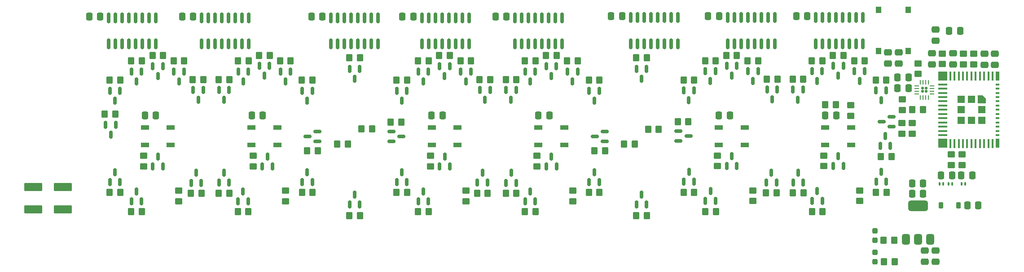
<source format=gbr>
%TF.GenerationSoftware,KiCad,Pcbnew,8.0.4-8.0.4-0~ubuntu22.04.1*%
%TF.CreationDate,2024-08-07T15:41:08-07:00*%
%TF.ProjectId,clock,636c6f63-6b2e-46b6-9963-61645f706362,rev?*%
%TF.SameCoordinates,Original*%
%TF.FileFunction,Paste,Top*%
%TF.FilePolarity,Positive*%
%FSLAX46Y46*%
G04 Gerber Fmt 4.6, Leading zero omitted, Abs format (unit mm)*
G04 Created by KiCad (PCBNEW 8.0.4-8.0.4-0~ubuntu22.04.1) date 2024-08-07 15:41:08*
%MOMM*%
%LPD*%
G01*
G04 APERTURE LIST*
G04 Aperture macros list*
%AMRoundRect*
0 Rectangle with rounded corners*
0 $1 Rounding radius*
0 $2 $3 $4 $5 $6 $7 $8 $9 X,Y pos of 4 corners*
0 Add a 4 corners polygon primitive as box body*
4,1,4,$2,$3,$4,$5,$6,$7,$8,$9,$2,$3,0*
0 Add four circle primitives for the rounded corners*
1,1,$1+$1,$2,$3*
1,1,$1+$1,$4,$5*
1,1,$1+$1,$6,$7*
1,1,$1+$1,$8,$9*
0 Add four rect primitives between the rounded corners*
20,1,$1+$1,$2,$3,$4,$5,0*
20,1,$1+$1,$4,$5,$6,$7,0*
20,1,$1+$1,$6,$7,$8,$9,0*
20,1,$1+$1,$8,$9,$2,$3,0*%
%AMFreePoly0*
4,1,6,0.725000,-0.725000,-0.725000,-0.725000,-0.725000,0.125000,-0.125000,0.725000,0.725000,0.725000,0.725000,-0.725000,0.725000,-0.725000,$1*%
G04 Aperture macros list end*
%ADD10RoundRect,0.150000X0.150000X-0.587500X0.150000X0.587500X-0.150000X0.587500X-0.150000X-0.587500X0*%
%ADD11RoundRect,0.250000X-0.350000X-0.450000X0.350000X-0.450000X0.350000X0.450000X-0.350000X0.450000X0*%
%ADD12RoundRect,0.250000X0.475000X-0.337500X0.475000X0.337500X-0.475000X0.337500X-0.475000X-0.337500X0*%
%ADD13RoundRect,0.150000X-0.587500X-0.150000X0.587500X-0.150000X0.587500X0.150000X-0.587500X0.150000X0*%
%ADD14RoundRect,0.150000X-0.150000X0.587500X-0.150000X-0.587500X0.150000X-0.587500X0.150000X0.587500X0*%
%ADD15RoundRect,0.250000X-0.450000X0.350000X-0.450000X-0.350000X0.450000X-0.350000X0.450000X0.350000X0*%
%ADD16RoundRect,0.150000X0.150000X-0.825000X0.150000X0.825000X-0.150000X0.825000X-0.150000X-0.825000X0*%
%ADD17RoundRect,0.250000X0.337500X0.475000X-0.337500X0.475000X-0.337500X-0.475000X0.337500X-0.475000X0*%
%ADD18RoundRect,0.250000X0.350000X0.450000X-0.350000X0.450000X-0.350000X-0.450000X0.350000X-0.450000X0*%
%ADD19RoundRect,0.150000X0.587500X0.150000X-0.587500X0.150000X-0.587500X-0.150000X0.587500X-0.150000X0*%
%ADD20RoundRect,0.375000X0.375000X-0.625000X0.375000X0.625000X-0.375000X0.625000X-0.375000X-0.625000X0*%
%ADD21RoundRect,0.500000X1.400000X-0.500000X1.400000X0.500000X-1.400000X0.500000X-1.400000X-0.500000X0*%
%ADD22RoundRect,0.050000X-0.100000X-0.250000X0.100000X-0.250000X0.100000X0.250000X-0.100000X0.250000X0*%
%ADD23RoundRect,0.250000X-0.337500X-0.475000X0.337500X-0.475000X0.337500X0.475000X-0.337500X0.475000X0*%
%ADD24RoundRect,0.250000X0.450000X-0.350000X0.450000X0.350000X-0.450000X0.350000X-0.450000X-0.350000X0*%
%ADD25RoundRect,0.225000X0.225000X0.375000X-0.225000X0.375000X-0.225000X-0.375000X0.225000X-0.375000X0*%
%ADD26R,1.500000X0.900000*%
%ADD27RoundRect,0.250000X-0.475000X0.337500X-0.475000X-0.337500X0.475000X-0.337500X0.475000X0.337500X0*%
%ADD28RoundRect,0.237500X0.237500X-0.287500X0.237500X0.287500X-0.237500X0.287500X-0.237500X-0.287500X0*%
%ADD29RoundRect,0.050000X0.100000X0.250000X-0.100000X0.250000X-0.100000X-0.250000X0.100000X-0.250000X0*%
%ADD30RoundRect,0.125000X-0.125000X0.125000X-0.125000X-0.125000X0.125000X-0.125000X0.125000X0.125000X0*%
%ADD31RoundRect,0.062500X-0.062500X0.350000X-0.062500X-0.350000X0.062500X-0.350000X0.062500X0.350000X0*%
%ADD32RoundRect,0.062500X-0.350000X0.062500X-0.350000X-0.062500X0.350000X-0.062500X0.350000X0.062500X0*%
%ADD33R,0.400000X1.800000*%
%ADD34R,1.800000X0.400000*%
%ADD35R,0.800000X0.400000*%
%ADD36FreePoly0,270.000000*%
%ADD37R,1.450000X1.450000*%
%ADD38R,0.700000X1.700000*%
%ADD39R,1.700000X1.700000*%
%ADD40RoundRect,0.250000X-1.450000X0.537500X-1.450000X-0.537500X1.450000X-0.537500X1.450000X0.537500X0*%
%ADD41R,1.000000X1.250000*%
G04 APERTURE END LIST*
D10*
%TO.C,Q63*%
X233111000Y-103045500D03*
X235011000Y-103045500D03*
X234061000Y-101170500D03*
%TD*%
D11*
%TO.C,R24*%
X111979200Y-86944200D03*
X113979200Y-86944200D03*
%TD*%
D12*
%TO.C,C3*%
X252755400Y-87651500D03*
X252755400Y-85576500D03*
%TD*%
D13*
%TO.C,Q10*%
X140921500Y-100269000D03*
X140921500Y-102169000D03*
X142796500Y-101219000D03*
%TD*%
D14*
%TO.C,Q49*%
X197977800Y-92536800D03*
X196077800Y-92536800D03*
X197027800Y-94411800D03*
%TD*%
D15*
%TO.C,R3*%
X250774200Y-85614000D03*
X250774200Y-87614000D03*
%TD*%
D14*
%TO.C,Q32*%
X189037000Y-88422000D03*
X187137000Y-88422000D03*
X188087000Y-90297000D03*
%TD*%
D16*
%TO.C,U4*%
X87630000Y-83718400D03*
X88900000Y-83718400D03*
X90170000Y-83718400D03*
X91440000Y-83718400D03*
X92710000Y-83718400D03*
X93980000Y-83718400D03*
X95250000Y-83718400D03*
X96520000Y-83718400D03*
X96520000Y-78768400D03*
X95250000Y-78768400D03*
X93980000Y-78768400D03*
X92710000Y-78768400D03*
X91440000Y-78768400D03*
X90170000Y-78768400D03*
X88900000Y-78768400D03*
X87630000Y-78768400D03*
%TD*%
%TO.C,U10*%
X204343000Y-83693000D03*
X205613000Y-83693000D03*
X206883000Y-83693000D03*
X208153000Y-83693000D03*
X209423000Y-83693000D03*
X210693000Y-83693000D03*
X211963000Y-83693000D03*
X213233000Y-83693000D03*
X213233000Y-78743000D03*
X211963000Y-78743000D03*
X210693000Y-78743000D03*
X209423000Y-78743000D03*
X208153000Y-78743000D03*
X206883000Y-78743000D03*
X205613000Y-78743000D03*
X204343000Y-78743000D03*
%TD*%
D17*
%TO.C,C29*%
X145055500Y-78511400D03*
X142980500Y-78511400D03*
%TD*%
D18*
%TO.C,R10*%
X147964400Y-115493800D03*
X145964400Y-115493800D03*
%TD*%
D15*
%TO.C,R1*%
X248513600Y-104638600D03*
X248513600Y-106638600D03*
%TD*%
D14*
%TO.C,Q56*%
X172044400Y-87914000D03*
X170144400Y-87914000D03*
X171094400Y-89789000D03*
%TD*%
D19*
%TO.C,Q65*%
X181150500Y-102185650D03*
X181150500Y-100285650D03*
X179275500Y-101235650D03*
%TD*%
D11*
%TO.C,R34*%
X91862400Y-86944200D03*
X93862400Y-86944200D03*
%TD*%
%TO.C,R35*%
X95875600Y-85953600D03*
X97875600Y-85953600D03*
%TD*%
D20*
%TO.C,U2*%
X237958600Y-120701200D03*
X240258600Y-120701200D03*
X242558600Y-120701200D03*
D21*
X240258600Y-114401200D03*
%TD*%
D10*
%TO.C,Q5*%
X112003800Y-113508000D03*
X113903800Y-113508000D03*
X112953800Y-111633000D03*
%TD*%
D11*
%TO.C,R73*%
X204079600Y-85902800D03*
X206079600Y-85902800D03*
%TD*%
D22*
%TO.C,D3*%
X244328200Y-110236000D03*
X245028200Y-110236000D03*
%TD*%
D11*
%TO.C,R27*%
X124018800Y-90576400D03*
X126018800Y-90576400D03*
%TD*%
%TO.C,R5*%
X233823000Y-124968000D03*
X235823000Y-124968000D03*
%TD*%
D23*
%TO.C,C20*%
X222732520Y-97227660D03*
X224807520Y-97227660D03*
%TD*%
D24*
%TO.C,R8*%
X240284000Y-89408000D03*
X240284000Y-87408000D03*
%TD*%
D25*
%TO.C,D4*%
X247903000Y-114300000D03*
X244603000Y-114300000D03*
%TD*%
D10*
%TO.C,Q64*%
X204160080Y-106855500D03*
X206060080Y-106855500D03*
X205110080Y-104980500D03*
%TD*%
D11*
%TO.C,R40*%
X130699000Y-102666800D03*
X132699000Y-102666800D03*
%TD*%
D16*
%TO.C,U11*%
X220980000Y-83690000D03*
X222250000Y-83690000D03*
X223520000Y-83690000D03*
X224790000Y-83690000D03*
X226060000Y-83690000D03*
X227330000Y-83690000D03*
X228600000Y-83690000D03*
X229870000Y-83690000D03*
X229870000Y-78740000D03*
X228600000Y-78740000D03*
X227330000Y-78740000D03*
X226060000Y-78740000D03*
X224790000Y-78740000D03*
X223520000Y-78740000D03*
X222250000Y-78740000D03*
X220980000Y-78740000D03*
%TD*%
D26*
%TO.C,D7*%
X222754020Y-99515660D03*
X222754020Y-102815660D03*
X227654020Y-102815660D03*
X227654020Y-99515660D03*
%TD*%
D11*
%TO.C,R46*%
X187087000Y-86360000D03*
X189087000Y-86360000D03*
%TD*%
D18*
%TO.C,FB2*%
X241173000Y-96139000D03*
X239173000Y-96139000D03*
%TD*%
D11*
%TO.C,R17*%
X157572200Y-90451700D03*
X159572200Y-90451700D03*
%TD*%
D27*
%TO.C,C9*%
X246837200Y-85525700D03*
X246837200Y-87600700D03*
%TD*%
D18*
%TO.C,R11*%
X143900400Y-111836200D03*
X141900400Y-111836200D03*
%TD*%
D14*
%TO.C,Q51*%
X222158600Y-88879200D03*
X220258600Y-88879200D03*
X221208600Y-90754200D03*
%TD*%
D18*
%TO.C,R21*%
X110363000Y-111963200D03*
X108363000Y-111963200D03*
%TD*%
D11*
%TO.C,R85*%
X178162200Y-90576400D03*
X180162200Y-90576400D03*
%TD*%
D14*
%TO.C,Q18*%
X93812400Y-88930000D03*
X91912400Y-88930000D03*
X92862400Y-90805000D03*
%TD*%
D10*
%TO.C,Q36*%
X232349000Y-109804200D03*
X234249000Y-109804200D03*
X233299000Y-107929200D03*
%TD*%
D14*
%TO.C,Q54*%
X226156600Y-87888600D03*
X224256600Y-87888600D03*
X225206600Y-89763600D03*
%TD*%
D11*
%TO.C,R61*%
X216601800Y-90398600D03*
X218601800Y-90398600D03*
%TD*%
D28*
%TO.C,D5*%
X232105200Y-124954000D03*
X232105200Y-123204000D03*
%TD*%
D11*
%TO.C,R33*%
X87798400Y-90576400D03*
X89798400Y-90576400D03*
%TD*%
D14*
%TO.C,Q60*%
X234223600Y-92536800D03*
X232323600Y-92536800D03*
X233273600Y-94411800D03*
%TD*%
D15*
%TO.C,R80*%
X168402000Y-104918000D03*
X168402000Y-106918000D03*
%TD*%
D29*
%TO.C,D2*%
X246679200Y-110236000D03*
X245979200Y-110236000D03*
%TD*%
D18*
%TO.C,R39*%
X137271000Y-99822000D03*
X135271000Y-99822000D03*
%TD*%
D14*
%TO.C,Q62*%
X180121600Y-92562200D03*
X178221600Y-92562200D03*
X179171600Y-94437200D03*
%TD*%
D17*
%TO.C,C7*%
X250487000Y-108585000D03*
X248412000Y-108585000D03*
%TD*%
D14*
%TO.C,Q20*%
X117917000Y-87884000D03*
X116017000Y-87884000D03*
X116967000Y-89759000D03*
%TD*%
D17*
%TO.C,C28*%
X127910500Y-78511400D03*
X125835500Y-78511400D03*
%TD*%
D11*
%TO.C,R83*%
X170094400Y-85953600D03*
X172094400Y-85953600D03*
%TD*%
D26*
%TO.C,D12*%
X94417980Y-99571540D03*
X94417980Y-102871540D03*
X99317980Y-102871540D03*
X99317980Y-99571540D03*
%TD*%
D18*
%TO.C,R68*%
X202117200Y-115443000D03*
X200117200Y-115443000D03*
%TD*%
D10*
%TO.C,Q28*%
X150019980Y-106906300D03*
X151919980Y-106906300D03*
X150969980Y-105031300D03*
%TD*%
D17*
%TO.C,C33*%
X219350500Y-78486000D03*
X217275500Y-78486000D03*
%TD*%
D11*
%TO.C,R74*%
X208118200Y-86893400D03*
X210118200Y-86893400D03*
%TD*%
D14*
%TO.C,Q21*%
X97825600Y-87939400D03*
X95925600Y-87939400D03*
X96875600Y-89814400D03*
%TD*%
D18*
%TO.C,R79*%
X164499800Y-111988600D03*
X162499800Y-111988600D03*
%TD*%
D24*
%TO.C,R54*%
X175107600Y-113506000D03*
X175107600Y-111506000D03*
%TD*%
D23*
%TO.C,C21*%
X202675580Y-97228660D03*
X204750580Y-97228660D03*
%TD*%
D11*
%TO.C,R82*%
X166106600Y-86944200D03*
X168106600Y-86944200D03*
%TD*%
%TO.C,R25*%
X115967000Y-85902800D03*
X117967000Y-85902800D03*
%TD*%
D14*
%TO.C,Q27*%
X105445600Y-92435200D03*
X103545600Y-92435200D03*
X104495600Y-94310200D03*
%TD*%
%TO.C,Q16*%
X147914400Y-88930000D03*
X146014400Y-88930000D03*
X146964400Y-90805000D03*
%TD*%
D11*
%TO.C,R86*%
X179213000Y-103928050D03*
X181213000Y-103928050D03*
%TD*%
%TO.C,R32*%
X86833200Y-97028000D03*
X88833200Y-97028000D03*
%TD*%
D16*
%TO.C,U8*%
X164261800Y-83718400D03*
X165531800Y-83718400D03*
X166801800Y-83718400D03*
X168071800Y-83718400D03*
X169341800Y-83718400D03*
X170611800Y-83718400D03*
X171881800Y-83718400D03*
X173151800Y-83718400D03*
X173151800Y-78768400D03*
X171881800Y-78768400D03*
X170611800Y-78768400D03*
X169341800Y-78768400D03*
X168071800Y-78768400D03*
X166801800Y-78768400D03*
X165531800Y-78768400D03*
X164261800Y-78768400D03*
%TD*%
D18*
%TO.C,R9*%
X159089600Y-111988600D03*
X157089600Y-111988600D03*
%TD*%
D14*
%TO.C,Q50*%
X164439900Y-92435200D03*
X162539900Y-92435200D03*
X163489900Y-94310200D03*
%TD*%
D30*
%TO.C,U3*%
X241749000Y-92102000D03*
X241129000Y-92102000D03*
X241749000Y-92722000D03*
X241129000Y-92722000D03*
D31*
X242189000Y-90974500D03*
X241689000Y-90974500D03*
X241189000Y-90974500D03*
X240689000Y-90974500D03*
D32*
X240001500Y-91662000D03*
X240001500Y-92162000D03*
X240001500Y-92662000D03*
X240001500Y-93162000D03*
D31*
X240689000Y-93849500D03*
X241189000Y-93849500D03*
X241689000Y-93849500D03*
X242189000Y-93849500D03*
D32*
X242876500Y-93162000D03*
X242876500Y-92662000D03*
X242876500Y-92162000D03*
X242876500Y-91662000D03*
%TD*%
D23*
%TO.C,C24*%
X114569500Y-97278460D03*
X116644500Y-97278460D03*
%TD*%
D18*
%TO.C,R78*%
X168106600Y-115493800D03*
X166106600Y-115493800D03*
%TD*%
%TO.C,R66*%
X235213400Y-105029000D03*
X233213400Y-105029000D03*
%TD*%
D10*
%TO.C,Q38*%
X178221600Y-109875800D03*
X180121600Y-109875800D03*
X179171600Y-108000800D03*
%TD*%
D23*
%TO.C,C5*%
X249533500Y-114300000D03*
X251608500Y-114300000D03*
%TD*%
D27*
%TO.C,C1*%
X236575600Y-85322500D03*
X236575600Y-87397500D03*
%TD*%
D10*
%TO.C,Q4*%
X146014400Y-113508000D03*
X147914400Y-113508000D03*
X146964400Y-111633000D03*
%TD*%
D18*
%TO.C,R70*%
X196935600Y-98475800D03*
X194935600Y-98475800D03*
%TD*%
D15*
%TO.C,R6*%
X248818400Y-85614000D03*
X248818400Y-87614000D03*
%TD*%
D24*
%TO.C,R50*%
X239141000Y-100695000D03*
X239141000Y-98695000D03*
%TD*%
D14*
%TO.C,Q57*%
X230159600Y-88879200D03*
X228259600Y-88879200D03*
X229209600Y-90754200D03*
%TD*%
%TO.C,Q59*%
X176042400Y-88925400D03*
X174142400Y-88925400D03*
X175092400Y-90800400D03*
%TD*%
%TO.C,Q22*%
X155915400Y-88930000D03*
X154015400Y-88930000D03*
X154965400Y-90805000D03*
%TD*%
D26*
%TO.C,D10*%
X148519980Y-99569000D03*
X148519980Y-102869000D03*
X153419980Y-102869000D03*
X153419980Y-99569000D03*
%TD*%
D27*
%TO.C,C10*%
X241554000Y-122863700D03*
X241554000Y-124938700D03*
%TD*%
D15*
%TO.C,R38*%
X94165380Y-104915700D03*
X94165380Y-106915700D03*
%TD*%
D18*
%TO.C,R19*%
X126060200Y-111836200D03*
X124060200Y-111836200D03*
%TD*%
D11*
%TO.C,R45*%
X132985000Y-86360000D03*
X134985000Y-86360000D03*
%TD*%
D10*
%TO.C,Q8*%
X108413000Y-109977400D03*
X110313000Y-109977400D03*
X109363000Y-108102400D03*
%TD*%
%TO.C,Q40*%
X200153100Y-113457200D03*
X202053100Y-113457200D03*
X201103100Y-111582200D03*
%TD*%
D17*
%TO.C,C32*%
X202713500Y-78486000D03*
X200638500Y-78486000D03*
%TD*%
D33*
%TO.C,U1*%
X254320000Y-89789000D03*
X253520000Y-89789000D03*
X252720000Y-89789000D03*
X251920000Y-89789000D03*
X251120000Y-89789000D03*
X250320000Y-89789000D03*
X249520000Y-89789000D03*
X248720000Y-89789000D03*
X247920000Y-89789000D03*
X247120000Y-89789000D03*
X246320000Y-89789000D03*
D34*
X244920000Y-91389000D03*
X244920000Y-92189000D03*
X244920000Y-92989000D03*
X244920000Y-93789000D03*
X244920000Y-94589000D03*
X244920000Y-95389000D03*
X244920000Y-96189000D03*
X244920000Y-96989000D03*
X244920000Y-97789000D03*
X244920000Y-98589000D03*
X244920000Y-99389000D03*
X244920000Y-100189000D03*
X244920000Y-100989000D03*
D33*
X246320000Y-102589000D03*
X247120000Y-102589000D03*
X247920000Y-102589000D03*
X248720000Y-102589000D03*
X249520000Y-102589000D03*
X250320000Y-102589000D03*
X251120000Y-102589000D03*
X251920000Y-102589000D03*
X252720000Y-102589000D03*
X253520000Y-102589000D03*
X254320000Y-102589000D03*
D35*
X255220000Y-100989000D03*
X255220000Y-100189000D03*
X255220000Y-99389000D03*
X255220000Y-98589000D03*
X255220000Y-97789000D03*
X255220000Y-96989000D03*
X255220000Y-96189000D03*
X255220000Y-95389000D03*
X255220000Y-94589000D03*
X255220000Y-93789000D03*
X255220000Y-92989000D03*
X255220000Y-92189000D03*
X255220000Y-91389000D03*
D36*
X252295000Y-94214000D03*
D37*
X250320000Y-94214000D03*
X248345000Y-94214000D03*
X252295000Y-96189000D03*
X248345000Y-96189000D03*
X252295000Y-98164000D03*
X250320000Y-98164000D03*
X248345000Y-98164000D03*
D38*
X255270000Y-102539000D03*
D39*
X244920000Y-102539000D03*
X244920000Y-89839000D03*
D38*
X255270000Y-89839000D03*
%TD*%
D24*
%TO.C,R42*%
X100838000Y-113496600D03*
X100838000Y-111496600D03*
%TD*%
D11*
%TO.C,R64*%
X228209600Y-86893400D03*
X230209600Y-86893400D03*
%TD*%
D17*
%TO.C,C31*%
X184425500Y-78486000D03*
X182350500Y-78486000D03*
%TD*%
D10*
%TO.C,Q44*%
X162561100Y-110005100D03*
X164461100Y-110005100D03*
X163511100Y-108130100D03*
%TD*%
D18*
%TO.C,R31*%
X89798400Y-111833900D03*
X87798400Y-111833900D03*
%TD*%
D14*
%TO.C,Q61*%
X213700400Y-92359000D03*
X211800400Y-92359000D03*
X212750400Y-94234000D03*
%TD*%
D40*
%TO.C,C18*%
X73406000Y-110765500D03*
X73406000Y-115040500D03*
%TD*%
D18*
%TO.C,R77*%
X180171600Y-111861600D03*
X178171600Y-111861600D03*
%TD*%
D17*
%TO.C,C27*%
X103526500Y-78511400D03*
X101451500Y-78511400D03*
%TD*%
D11*
%TO.C,R36*%
X99838000Y-86944200D03*
X101838000Y-86944200D03*
%TD*%
D10*
%TO.C,Q11*%
X116586000Y-106906300D03*
X118486000Y-106906300D03*
X117536000Y-105031300D03*
%TD*%
D16*
%TO.C,U9*%
X186055000Y-83690000D03*
X187325000Y-83690000D03*
X188595000Y-83690000D03*
X189865000Y-83690000D03*
X191135000Y-83690000D03*
X192405000Y-83690000D03*
X193675000Y-83690000D03*
X194945000Y-83690000D03*
X194945000Y-78740000D03*
X193675000Y-78740000D03*
X192405000Y-78740000D03*
X191135000Y-78740000D03*
X189865000Y-78740000D03*
X188595000Y-78740000D03*
X187325000Y-78740000D03*
X186055000Y-78740000D03*
%TD*%
D11*
%TO.C,R43*%
X184801000Y-102666800D03*
X186801000Y-102666800D03*
%TD*%
%TO.C,R23*%
X108372400Y-90449400D03*
X110372400Y-90449400D03*
%TD*%
%TO.C,R63*%
X224171000Y-85902800D03*
X226171000Y-85902800D03*
%TD*%
D10*
%TO.C,Q47*%
X170152020Y-106906300D03*
X172052020Y-106906300D03*
X171102020Y-105031300D03*
%TD*%
D23*
%TO.C,C23*%
X148498480Y-97281000D03*
X150573480Y-97281000D03*
%TD*%
D41*
%TO.C,SW1*%
X238353600Y-77278000D03*
X238353600Y-85028000D03*
%TD*%
D10*
%TO.C,Q30*%
X95917980Y-106931700D03*
X97817980Y-106931700D03*
X96867980Y-105056700D03*
%TD*%
D15*
%TO.C,R2*%
X246557800Y-104638600D03*
X246557800Y-106638600D03*
%TD*%
D12*
%TO.C,C2*%
X254762000Y-87651500D03*
X254762000Y-85576500D03*
%TD*%
D14*
%TO.C,Q14*%
X110322400Y-92435200D03*
X108422400Y-92435200D03*
X109372400Y-94310200D03*
%TD*%
D10*
%TO.C,Q34*%
X187137000Y-114092200D03*
X189037000Y-114092200D03*
X188087000Y-112217200D03*
%TD*%
D23*
%TO.C,C16*%
X246104500Y-81280000D03*
X248179500Y-81280000D03*
%TD*%
D14*
%TO.C,Q13*%
X143850400Y-92562200D03*
X141950400Y-92562200D03*
X142900400Y-94437200D03*
%TD*%
D19*
%TO.C,Q29*%
X126995400Y-102169000D03*
X126995400Y-100269000D03*
X125120400Y-101219000D03*
%TD*%
D14*
%TO.C,Q53*%
X168056600Y-88930000D03*
X166156600Y-88930000D03*
X167106600Y-90805000D03*
%TD*%
%TO.C,Q23*%
X121920000Y-88930000D03*
X120020000Y-88930000D03*
X120970000Y-90805000D03*
%TD*%
D11*
%TO.C,R75*%
X211725000Y-90373200D03*
X213725000Y-90373200D03*
%TD*%
D18*
%TO.C,R29*%
X105130600Y-111988600D03*
X103130600Y-111988600D03*
%TD*%
D17*
%TO.C,C30*%
X162632300Y-78511400D03*
X160557300Y-78511400D03*
%TD*%
D10*
%TO.C,Q45*%
X224254020Y-106855500D03*
X226154020Y-106855500D03*
X225204020Y-104980500D03*
%TD*%
D27*
%TO.C,C4*%
X234569000Y-85322500D03*
X234569000Y-87397500D03*
%TD*%
D16*
%TO.C,U5*%
X105156000Y-83718400D03*
X106426000Y-83718400D03*
X107696000Y-83718400D03*
X108966000Y-83718400D03*
X110236000Y-83718400D03*
X111506000Y-83718400D03*
X112776000Y-83718400D03*
X114046000Y-83718400D03*
X114046000Y-78768400D03*
X112776000Y-78768400D03*
X111506000Y-78768400D03*
X110236000Y-78768400D03*
X108966000Y-78768400D03*
X107696000Y-78768400D03*
X106426000Y-78768400D03*
X105156000Y-78768400D03*
%TD*%
D26*
%TO.C,D9*%
X168652020Y-99571540D03*
X168652020Y-102871540D03*
X173552020Y-102871540D03*
X173552020Y-99571540D03*
%TD*%
D14*
%TO.C,Q17*%
X113929200Y-88930000D03*
X112029200Y-88930000D03*
X112979200Y-90805000D03*
%TD*%
%TO.C,Q31*%
X134935000Y-88422000D03*
X133035000Y-88422000D03*
X133985000Y-90297000D03*
%TD*%
D10*
%TO.C,Q39*%
X220284000Y-113461800D03*
X222184000Y-113461800D03*
X221234000Y-111586800D03*
%TD*%
%TO.C,Q1*%
X157139600Y-110002800D03*
X159039600Y-110002800D03*
X158089600Y-108127800D03*
%TD*%
D15*
%TO.C,FB1*%
X237312200Y-94250000D03*
X237312200Y-96250000D03*
%TD*%
D27*
%TO.C,C8*%
X242874800Y-85525700D03*
X242874800Y-87600700D03*
%TD*%
D18*
%TO.C,R41*%
X191347600Y-99872800D03*
X189347600Y-99872800D03*
%TD*%
D10*
%TO.C,Q6*%
X91912400Y-113508000D03*
X93812400Y-113508000D03*
X92862400Y-111633000D03*
%TD*%
D11*
%TO.C,R14*%
X145964400Y-86944200D03*
X147964400Y-86944200D03*
%TD*%
D23*
%TO.C,C13*%
X239119500Y-110109000D03*
X241194500Y-110109000D03*
%TD*%
D11*
%TO.C,R15*%
X149952200Y-85953600D03*
X151952200Y-85953600D03*
%TD*%
D15*
%TO.C,R76*%
X202412600Y-104841800D03*
X202412600Y-106841800D03*
%TD*%
D18*
%TO.C,R58*%
X222234000Y-115443000D03*
X220234000Y-115443000D03*
%TD*%
D15*
%TO.C,R53*%
X227580020Y-95338660D03*
X227580020Y-97338660D03*
%TD*%
D16*
%TO.C,U7*%
X146685000Y-83718400D03*
X147955000Y-83718400D03*
X149225000Y-83718400D03*
X150495000Y-83718400D03*
X151765000Y-83718400D03*
X153035000Y-83718400D03*
X154305000Y-83718400D03*
X155575000Y-83718400D03*
X155575000Y-78768400D03*
X154305000Y-78768400D03*
X153035000Y-78768400D03*
X151765000Y-78768400D03*
X150495000Y-78768400D03*
X149225000Y-78768400D03*
X147955000Y-78768400D03*
X146685000Y-78768400D03*
%TD*%
D11*
%TO.C,R13*%
X141900400Y-90576400D03*
X143900400Y-90576400D03*
%TD*%
D14*
%TO.C,Q12*%
X88935600Y-99013800D03*
X87035600Y-99013800D03*
X87985600Y-100888800D03*
%TD*%
D18*
%TO.C,R48*%
X189087000Y-116205000D03*
X187087000Y-116205000D03*
%TD*%
D10*
%TO.C,Q3*%
X103170400Y-110005100D03*
X105070400Y-110005100D03*
X104120400Y-108130100D03*
%TD*%
D11*
%TO.C,R71*%
X196027800Y-90551000D03*
X198027800Y-90551000D03*
%TD*%
D14*
%TO.C,Q58*%
X210068200Y-88879200D03*
X208168200Y-88879200D03*
X209118200Y-90754200D03*
%TD*%
%TO.C,Q55*%
X206055000Y-87888600D03*
X204155000Y-87888600D03*
X205105000Y-89763600D03*
%TD*%
D15*
%TO.C,R22*%
X114833400Y-104892600D03*
X114833400Y-106892600D03*
%TD*%
D16*
%TO.C,U6*%
X129540000Y-83715400D03*
X130810000Y-83715400D03*
X132080000Y-83715400D03*
X133350000Y-83715400D03*
X134620000Y-83715400D03*
X135890000Y-83715400D03*
X137160000Y-83715400D03*
X138430000Y-83715400D03*
X138430000Y-78765400D03*
X137160000Y-78765400D03*
X135890000Y-78765400D03*
X134620000Y-78765400D03*
X133350000Y-78765400D03*
X132080000Y-78765400D03*
X130810000Y-78765400D03*
X129540000Y-78765400D03*
%TD*%
D11*
%TO.C,R65*%
X232273600Y-90551000D03*
X234273600Y-90551000D03*
%TD*%
D18*
%TO.C,R57*%
X234299000Y-111785400D03*
X232299000Y-111785400D03*
%TD*%
D15*
%TO.C,R18*%
X148285200Y-104902000D03*
X148285200Y-106902000D03*
%TD*%
D14*
%TO.C,Q15*%
X89748400Y-92562200D03*
X87848400Y-92562200D03*
X88798400Y-94437200D03*
%TD*%
D11*
%TO.C,R72*%
X200091800Y-86893400D03*
X202091800Y-86893400D03*
%TD*%
D23*
%TO.C,C22*%
X168630520Y-97283540D03*
X170705520Y-97283540D03*
%TD*%
D18*
%TO.C,R30*%
X93862400Y-115493800D03*
X91862400Y-115493800D03*
%TD*%
%TO.C,R59*%
X218643200Y-111912400D03*
X216643200Y-111912400D03*
%TD*%
D41*
%TO.C,SW2*%
X232791000Y-77278000D03*
X232791000Y-85028000D03*
%TD*%
D11*
%TO.C,R84*%
X174082200Y-86944200D03*
X176082200Y-86944200D03*
%TD*%
D26*
%TO.C,D11*%
X114517000Y-99566460D03*
X114517000Y-102866460D03*
X119417000Y-102866460D03*
X119417000Y-99566460D03*
%TD*%
D10*
%TO.C,Q7*%
X141935200Y-109855000D03*
X143835200Y-109855000D03*
X142885200Y-107980000D03*
%TD*%
D11*
%TO.C,R81*%
X162515300Y-90449400D03*
X164515300Y-90449400D03*
%TD*%
D10*
%TO.C,Q37*%
X211648000Y-109952000D03*
X213548000Y-109952000D03*
X212598000Y-108077000D03*
%TD*%
D27*
%TO.C,C17*%
X243586000Y-81004500D03*
X243586000Y-83079500D03*
%TD*%
D10*
%TO.C,Q43*%
X196093800Y-109827300D03*
X197993800Y-109827300D03*
X197043800Y-107952300D03*
%TD*%
D11*
%TO.C,R62*%
X220208600Y-86893400D03*
X222208600Y-86893400D03*
%TD*%
D18*
%TO.C,R12*%
X142808200Y-98526600D03*
X140808200Y-98526600D03*
%TD*%
D10*
%TO.C,Q42*%
X216708400Y-109931200D03*
X218608400Y-109931200D03*
X217658400Y-108056200D03*
%TD*%
D28*
%TO.C,D6*%
X232121200Y-120890000D03*
X232121200Y-119140000D03*
%TD*%
D24*
%TO.C,R49*%
X154965400Y-113522000D03*
X154965400Y-111522000D03*
%TD*%
%TO.C,R51*%
X237210600Y-100695000D03*
X237210600Y-98695000D03*
%TD*%
D11*
%TO.C,R26*%
X119904000Y-86944200D03*
X121904000Y-86944200D03*
%TD*%
D18*
%TO.C,R67*%
X213587800Y-111933200D03*
X211587800Y-111933200D03*
%TD*%
D11*
%TO.C,R28*%
X125060200Y-103911400D03*
X127060200Y-103911400D03*
%TD*%
D18*
%TO.C,R69*%
X198043800Y-111810800D03*
X196043800Y-111810800D03*
%TD*%
D11*
%TO.C,R37*%
X103470200Y-90449400D03*
X105470200Y-90449400D03*
%TD*%
D14*
%TO.C,Q25*%
X159536300Y-92435200D03*
X157636300Y-92435200D03*
X158586300Y-94310200D03*
%TD*%
D17*
%TO.C,C15*%
X238451300Y-92075000D03*
X236376300Y-92075000D03*
%TD*%
D40*
%TO.C,C19*%
X78994000Y-110765500D03*
X78994000Y-115040500D03*
%TD*%
D15*
%TO.C,R4*%
X244856000Y-85563200D03*
X244856000Y-87563200D03*
%TD*%
D23*
%TO.C,C6*%
X244602000Y-108585000D03*
X246677000Y-108585000D03*
%TD*%
D24*
%TO.C,R55*%
X209092800Y-113445800D03*
X209092800Y-111445800D03*
%TD*%
D13*
%TO.C,Q46*%
X195076600Y-100218200D03*
X195076600Y-102118200D03*
X196951600Y-101168200D03*
%TD*%
D17*
%TO.C,C26*%
X86000500Y-78511400D03*
X83925500Y-78511400D03*
%TD*%
D14*
%TO.C,Q19*%
X151912400Y-87939400D03*
X150012400Y-87939400D03*
X150962400Y-89814400D03*
%TD*%
D23*
%TO.C,C12*%
X239119500Y-112115600D03*
X241194500Y-112115600D03*
%TD*%
D10*
%TO.C,Q9*%
X87848400Y-109850400D03*
X89748400Y-109850400D03*
X88798400Y-107975400D03*
%TD*%
D27*
%TO.C,C11*%
X243586000Y-122863700D03*
X243586000Y-124938700D03*
%TD*%
D11*
%TO.C,R16*%
X153940000Y-86944200D03*
X155940000Y-86944200D03*
%TD*%
D10*
%TO.C,Q2*%
X124110200Y-109850400D03*
X126010200Y-109850400D03*
X125060200Y-107975400D03*
%TD*%
D24*
%TO.C,R44*%
X120954800Y-113496600D03*
X120954800Y-111496600D03*
%TD*%
D10*
%TO.C,Q41*%
X166156600Y-113508000D03*
X168056600Y-113508000D03*
X167106600Y-111633000D03*
%TD*%
%TO.C,Q33*%
X133035000Y-114094500D03*
X134935000Y-114094500D03*
X133985000Y-112219500D03*
%TD*%
D18*
%TO.C,R47*%
X134985000Y-116205000D03*
X132985000Y-116205000D03*
%TD*%
D19*
%TO.C,Q35*%
X235229400Y-99390200D03*
X235229400Y-97490200D03*
X233354400Y-98440200D03*
%TD*%
D11*
%TO.C,R7*%
X233772200Y-120904000D03*
X235772200Y-120904000D03*
%TD*%
D26*
%TO.C,D8*%
X202660080Y-99515660D03*
X202660080Y-102815660D03*
X207560080Y-102815660D03*
X207560080Y-99515660D03*
%TD*%
D14*
%TO.C,Q52*%
X202041800Y-88876900D03*
X200141800Y-88876900D03*
X201091800Y-90751900D03*
%TD*%
%TO.C,Q48*%
X218551800Y-92384400D03*
X216651800Y-92384400D03*
X217601800Y-94259400D03*
%TD*%
%TO.C,Q26*%
X125994200Y-92562200D03*
X124094200Y-92562200D03*
X125044200Y-94437200D03*
%TD*%
D18*
%TO.C,R20*%
X113953800Y-115493800D03*
X111953800Y-115493800D03*
%TD*%
D14*
%TO.C,Q24*%
X101813400Y-88930000D03*
X99913400Y-88930000D03*
X100863400Y-90805000D03*
%TD*%
D15*
%TO.C,R60*%
X222504000Y-104841800D03*
X222504000Y-106841800D03*
%TD*%
D23*
%TO.C,C25*%
X94433480Y-97284540D03*
X96508480Y-97284540D03*
%TD*%
D17*
%TO.C,C14*%
X238451300Y-90068400D03*
X236376300Y-90068400D03*
%TD*%
D11*
%TO.C,R52*%
X222754020Y-95195660D03*
X224754020Y-95195660D03*
%TD*%
D22*
%TO.C,D1*%
X248423200Y-110236000D03*
X249123200Y-110236000D03*
%TD*%
D24*
%TO.C,R56*%
X229209600Y-113445800D03*
X229209600Y-111445800D03*
%TD*%
M02*

</source>
